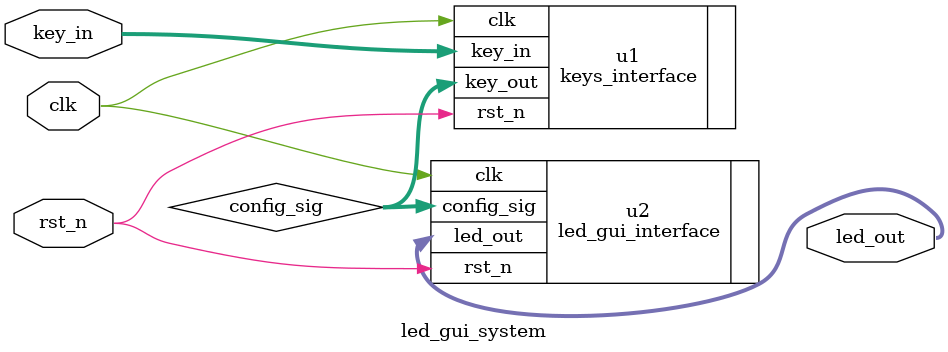
<source format=v>
module led_gui_system
(
    input clk,
    input rst_n,
    input [3:0] key_in,
    output [3:0] led_out
);

    wire [3:0] config_sig;

    keys_interface u1
    (
        .clk(clk),
        .rst_n(rst_n),
        .key_in(key_in),
        .key_out(config_sig)
    );
    
    
    led_gui_interface u2
    (
        .clk(clk),
        .rst_n(rst_n),
        .config_sig(config_sig),
        .led_out(led_out)
    );

    
endmodule


</source>
